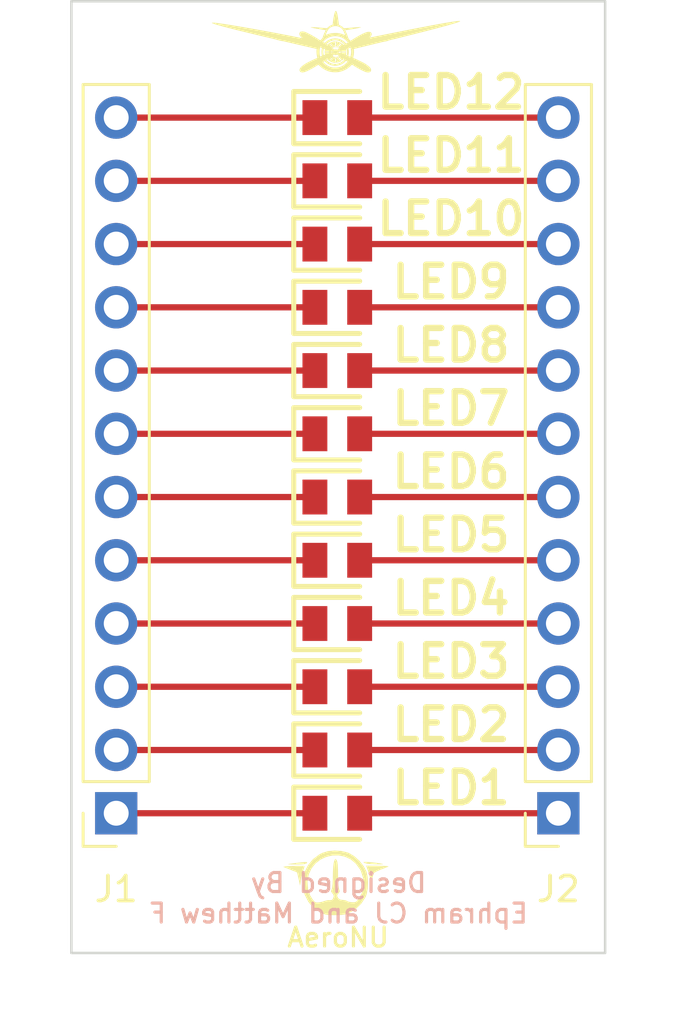
<source format=kicad_pcb>
(kicad_pcb (version 20221018) (generator pcbnew)
  (layers (0 "F.Cu" signal) (31 "B.Cu" signal) (34 "B.Paste" user) (35 "F.Paste" user) (36 "B.SilkS" user "B.Silkscreen") (37 "F.SilkS" user "F.Silkscreen") (38 "B.Mask" user) (39 "F.Mask" user) (44 "Edge.Cuts" user))
  (net 0 "")
  (net 1 "Net-(J1-Pin_1)")
  (net 2 "Net-(J1-Pin_2)")
  (net 3 "Net-(J1-Pin_3)")
  (net 4 "Net-(J1-Pin_4)")
  (net 5 "Net-(J1-Pin_5)")
  (net 6 "Net-(J1-Pin_6)")
  (net 7 "Net-(J1-Pin_7)")
  (net 8 "Net-(J1-Pin_8)")
  (net 9 "Net-(J1-Pin_9)")
  (net 10 "Net-(J1-Pin_10)")
  (net 11 "Net-(J1-Pin_11)")
  (net 12 "Net-(J1-Pin_12)")
  (net 13 "Net-(J2-Pin_1)")
  (net 14 "Net-(J2-Pin_2)")
  (net 15 "Net-(J2-Pin_3)")
  (net 16 "Net-(J2-Pin_4)")
  (net 17 "Net-(J2-Pin_5)")
  (net 18 "Net-(J2-Pin_6)")
  (net 19 "Net-(J2-Pin_7)")
  (net 20 "Net-(J2-Pin_8)")
  (net 21 "Net-(J2-Pin_9)")
  (net 22 "Net-(J2-Pin_10)")
  (net 23 "Net-(J2-Pin_11)")
  (net 24 "Net-(J2-Pin_12)")
  (footprint "Connector_PinSocket_2.54mm:PinSocket_1x12_P2.54mm_Vertical" (layer "F.Cu") (at 152.4 104.14 180)
    (fp_text reference "J1" (at 0 -3.048) (layer "F.SilkS"))
    (fp_text value "Conn_01x12")
    (pad "1" thru_hole rect (at 0 0 180) (size 1.7 1.7) (drill 1) (layers "*.Cu" "*.Mask") (net 1 "Net-(J1-Pin_1)"))
    (pad "2" thru_hole oval (at 0 2.54 180) (size 1.7 1.7) (drill 1) (layers "*.Cu" "*.Mask") (net 2 "Net-(J1-Pin_2)"))
    (pad "3" thru_hole oval (at 0 5.08 180) (size 1.7 1.7) (drill 1) (layers "*.Cu" "*.Mask") (net 3 "Net-(J1-Pin_3)"))
    (pad "4" thru_hole oval (at 0 7.62 180) (size 1.7 1.7) (drill 1) (layers "*.Cu" "*.Mask") (net 4 "Net-(J1-Pin_4)"))
    (pad "5" thru_hole oval (at 0 10.16 180) (size 1.7 1.7) (drill 1) (layers "*.Cu" "*.Mask") (net 5 "Net-(J1-Pin_5)"))
    (pad "6" thru_hole oval (at 0 12.7 180) (size 1.7 1.7) (drill 1) (layers "*.Cu" "*.Mask") (net 6 "Net-(J1-Pin_6)"))
    (pad "7" thru_hole oval (at 0 15.24 180) (size 1.7 1.7) (drill 1) (layers "*.Cu" "*.Mask") (net 7 "Net-(J1-Pin_7)"))
    (pad "8" thru_hole oval (at 0 17.78 180) (size 1.7 1.7) (drill 1) (layers "*.Cu" "*.Mask") (net 8 "Net-(J1-Pin_8)"))
    (pad "9" thru_hole oval (at 0 20.32 180) (size 1.7 1.7) (drill 1) (layers "*.Cu" "*.Mask") (net 9 "Net-(J1-Pin_9)"))
    (pad "10" thru_hole oval (at 0 22.86 180) (size 1.7 1.7) (drill 1) (layers "*.Cu" "*.Mask") (net 10 "Net-(J1-Pin_10)"))
    (pad "11" thru_hole oval (at 0 25.4 180) (size 1.7 1.7) (drill 1) (layers "*.Cu" "*.Mask") (net 11 "Net-(J1-Pin_11)"))
    (pad "12" thru_hole oval (at 0 27.94 180) (size 1.7 1.7) (drill 1) (layers "*.Cu" "*.Mask") (net 12 "Net-(J1-Pin_12)"))
  )
  (footprint "FixedWing:LEDC2012X120N" (layer "F.Cu") (at 161.29 93.98)
    (fp_text reference "LED5" (at 4.572 -1.016) (layer "F.SilkS") (effects (font (size 1.27 1.27) (thickness 0.254))))
    (fp_text value "LTST-C170KRKT" hide)
    (pad "1" smd rect (at -0.9 0) (size 1 1.4) (layers "F.Cu" "F.Paste" "F.Mask") (net 5 "Net-(J1-Pin_5)"))
    (pad "2" smd rect (at 0.9 0) (size 1 1.4) (layers "F.Cu" "F.Paste" "F.Mask") (net 17 "Net-(J2-Pin_5)"))
  )
  (footprint "FixedWing:LEDC2012X120N" (layer "F.Cu") (at 161.29 101.6)
    (fp_text reference "LED2" (at 4.572 -1.016) (layer "F.SilkS") (effects (font (size 1.27 1.27) (thickness 0.254))))
    (fp_text value "LTST-C170KRKT" hide)
    (pad "1" smd rect (at -0.9 0) (size 1 1.4) (layers "F.Cu" "F.Paste" "F.Mask") (net 2 "Net-(J1-Pin_2)"))
    (pad "2" smd rect (at 0.9 0) (size 1 1.4) (layers "F.Cu" "F.Paste" "F.Mask") (net 14 "Net-(J2-Pin_2)"))
  )
  (footprint "FixedWing:LEDC2012X120N" (layer "F.Cu") (at 161.29 81.28)
    (fp_text reference "LED10" (at 4.572 -1.016) (layer "F.SilkS") (effects (font (size 1.27 1.27) (thickness 0.254))))
    (fp_text value "LTST-C170KRKT" hide)
    (pad "1" smd rect (at -0.9 0) (size 1 1.4) (layers "F.Cu" "F.Paste" "F.Mask") (net 10 "Net-(J1-Pin_10)"))
    (pad "2" smd rect (at 0.9 0) (size 1 1.4) (layers "F.Cu" "F.Paste" "F.Mask") (net 22 "Net-(J2-Pin_10)"))
  )
  (footprint "FixedWing:AeroNU - Logo (Smol)" (layer "F.Cu") (at 161.355749 109.707588)
    (fp_text reference "AeroNU" hide)
    (fp_text value "LOGO" hide)
  )
  (footprint "FixedWing:LEDC2012X120N" (layer "F.Cu") (at 161.29 104.14)
    (fp_text reference "LED1" (at 4.572 -1.016) (layer "F.SilkS") (effects (font (size 1.27 1.27) (thickness 0.254))))
    (fp_text value "LTST-C170KRKT" hide)
    (pad "1" smd rect (at -0.9 0) (size 1 1.4) (layers "F.Cu" "F.Paste" "F.Mask") (net 1 "Net-(J1-Pin_1)"))
    (pad "2" smd rect (at 0.9 0) (size 1 1.4) (layers "F.Cu" "F.Paste" "F.Mask") (net 13 "Net-(J2-Pin_1)"))
  )
  (footprint "FixedWing:LEDC2012X120N" (layer "F.Cu") (at 161.29 83.82)
    (fp_text reference "LED9" (at 4.572 -1.016) (layer "F.SilkS") (effects (font (size 1.27 1.27) (thickness 0.254))))
    (fp_text value "LTST-C170KRKT" hide)
    (pad "1" smd rect (at -0.9 0) (size 1 1.4) (layers "F.Cu" "F.Paste" "F.Mask") (net 9 "Net-(J1-Pin_9)"))
    (pad "2" smd rect (at 0.9 0) (size 1 1.4) (layers "F.Cu" "F.Paste" "F.Mask") (net 21 "Net-(J2-Pin_9)"))
  )
  (footprint "FixedWing:LEDC2012X120N" (layer "F.Cu") (at 161.29 88.9)
    (fp_text reference "LED7" (at 4.572 -1.016) (layer "F.SilkS") (effects (font (size 1.27 1.27) (thickness 0.254))))
    (fp_text value "LTST-C170KRKT" hide)
    (pad "1" smd rect (at -0.9 0) (size 1 1.4) (layers "F.Cu" "F.Paste" "F.Mask") (net 7 "Net-(J1-Pin_7)"))
    (pad "2" smd rect (at 0.9 0) (size 1 1.4) (layers "F.Cu" "F.Paste" "F.Mask") (net 19 "Net-(J2-Pin_7)"))
  )
  (footprint "FixedWing:LEDC2012X120N" (layer "F.Cu") (at 161.29 78.74)
    (fp_text reference "LED11" (at 4.572 -1.016) (layer "F.SilkS") (effects (font (size 1.27 1.27) (thickness 0.254))))
    (fp_text value "LTST-C170KRKT" hide)
    (pad "1" smd rect (at -0.9 0) (size 1 1.4) (layers "F.Cu" "F.Paste" "F.Mask") (net 11 "Net-(J1-Pin_11)"))
    (pad "2" smd rect (at 0.9 0) (size 1 1.4) (layers "F.Cu" "F.Paste" "F.Mask") (net 23 "Net-(J2-Pin_11)"))
  )
  (footprint "FixedWing:LEDC2012X120N" (layer "F.Cu") (at 161.29 91.44)
    (fp_text reference "LED6" (at 4.572 -1.016) (layer "F.SilkS") (effects (font (size 1.27 1.27) (thickness 0.254))))
    (fp_text value "LTST-C170KRKT" hide)
    (pad "1" smd rect (at -0.9 0) (size 1 1.4) (layers "F.Cu" "F.Paste" "F.Mask") (net 6 "Net-(J1-Pin_6)"))
    (pad "2" smd rect (at 0.9 0) (size 1 1.4) (layers "F.Cu" "F.Paste" "F.Mask") (net 18 "Net-(J2-Pin_6)"))
  )
  (footprint "FixedWing:LEDC2012X120N" (layer "F.Cu") (at 161.29 76.2)
    (fp_text reference "LED12" (at 4.572 -1.016) (layer "F.SilkS") (effects (font (size 1.27 1.27) (thickness 0.254))))
    (fp_text value "LTST-C170KRKT" hide)
    (pad "1" smd rect (at -0.9 0) (size 1 1.4) (layers "F.Cu" "F.Paste" "F.Mask") (net 12 "Net-(J1-Pin_12)"))
    (pad "2" smd rect (at 0.9 0) (size 1 1.4) (layers "F.Cu" "F.Paste" "F.Mask") (net 24 "Net-(J2-Pin_12)"))
  )
  (footprint "FixedWing:LEDC2012X120N" (layer "F.Cu") (at 161.29 96.52)
    (fp_text reference "LED4" (at 4.572 -1.016) (layer "F.SilkS") (effects (font (size 1.27 1.27) (thickness 0.254))))
    (fp_text value "LTST-C170KRKT" hide)
    (pad "1" smd rect (at -0.9 0) (size 1 1.4) (layers "F.Cu" "F.Paste" "F.Mask") (net 4 "Net-(J1-Pin_4)"))
    (pad "2" smd rect (at 0.9 0) (size 1 1.4) (layers "F.Cu" "F.Paste" "F.Mask") (net 16 "Net-(J2-Pin_4)"))
  )
  (footprint "FixedWing:LEDC2012X120N" (layer "F.Cu") (at 161.29 86.36)
    (fp_text reference "LED8" (at 4.572 -1.016) (layer "F.SilkS") (effects (font (size 1.27 1.27) (thickness 0.254))))
    (fp_text value "LTST-C170KRKT" hide)
    (pad "1" smd rect (at -0.9 0) (size 1 1.4) (layers "F.Cu" "F.Paste" "F.Mask") (net 8 "Net-(J1-Pin_8)"))
    (pad "2" smd rect (at 0.9 0) (size 1 1.4) (layers "F.Cu" "F.Paste" "F.Mask") (net 20 "Net-(J2-Pin_8)"))
  )
  (footprint "FixedWing:LEDC2012X120N" (layer "F.Cu") (at 161.29 99.06)
    (fp_text reference "LED3" (at 4.572 -1.016) (layer "F.SilkS") (effects (font (size 1.27 1.27) (thickness 0.254))))
    (fp_text value "LTST-C170KRKT" hide)
    (pad "1" smd rect (at -0.9 0) (size 1 1.4) (layers "F.Cu" "F.Paste" "F.Mask") (net 3 "Net-(J1-Pin_3)"))
    (pad "2" smd rect (at 0.9 0) (size 1 1.4) (layers "F.Cu" "F.Paste" "F.Mask") (net 15 "Net-(J2-Pin_3)"))
  )
  (footprint "FixedWing:FixedWing - Logo (Smol)" (layer "F.Cu") (at 161.250214 73.818019)
    (fp_text reference "FixedWing" hide)
    (fp_text value "LOGO" hide)
  )
  (footprint "Connector_PinSocket_2.54mm:PinSocket_1x12_P2.54mm_Vertical" (layer "F.Cu") (at 170.18 104.14 180)
    (fp_text reference "J2" (at 0 -3.048) (layer "F.SilkS"))
    (fp_text value "Conn_01x12")
    (pad "1" thru_hole rect (at 0 0 180) (size 1.7 1.7) (drill 1) (layers "*.Cu" "*.Mask") (net 13 "Net-(J2-Pin_1)"))
    (pad "2" thru_hole oval (at 0 2.54 180) (size 1.7 1.7) (drill 1) (layers "*.Cu" "*.Mask") (net 14 "Net-(J2-Pin_2)"))
    (pad "3" thru_hole oval (at 0 5.08 180) (size 1.7 1.7) (drill 1) (layers "*.Cu" "*.Mask") (net 15 "Net-(J2-Pin_3)"))
    (pad "4" thru_hole oval (at 0 7.62 180) (size 1.7 1.7) (drill 1) (layers "*.Cu" "*.Mask") (net 16 "Net-(J2-Pin_4)"))
    (pad "5" thru_hole oval (at 0 10.16 180) (size 1.7 1.7) (drill 1) (layers "*.Cu" "*.Mask") (net 17 "Net-(J2-Pin_5)"))
    (pad "6" thru_hole oval (at 0 12.7 180) (size 1.7 1.7) (drill 1) (layers "*.Cu" "*.Mask") (net 18 "Net-(J2-Pin_6)"))
    (pad "7" thru_hole oval (at 0 15.24 180) (size 1.7 1.7) (drill 1) (layers "*.Cu" "*.Mask") (net 19 "Net-(J2-Pin_7)"))
    (pad "8" thru_hole oval (at 0 17.78 180) (size 1.7 1.7) (drill 1) (layers "*.Cu" "*.Mask") (net 20 "Net-(J2-Pin_8)"))
    (pad "9" thru_hole oval (at 0 20.32 180) (size 1.7 1.7) (drill 1) (layers "*.Cu" "*.Mask") (net 21 "Net-(J2-Pin_9)"))
    (pad "10" thru_hole oval (at 0 22.86 180) (size 1.7 1.7) (drill 1) (layers "*.Cu" "*.Mask") (net 22 "Net-(J2-Pin_10)"))
    (pad "11" thru_hole oval (at 0 25.4 180) (size 1.7 1.7) (drill 1) (layers "*.Cu" "*.Mask") (net 23 "Net-(J2-Pin_11)"))
    (pad "12" thru_hole oval (at 0 27.94 180) (size 1.7 1.7) (drill 1) (layers "*.Cu" "*.Mask") (net 24 "Net-(J2-Pin_12)"))
  )
  (gr_rect (start 150.5966 71.5264) (end 172.0596 109.7534) (stroke (width 0.1)) (fill none) (layer "Edge.Cuts"))
  (gr_text "Designed By\nEphram CJ and Matthew F" (at 161.3408 108.6104) (layer "B.SilkS") (effects (font (size 0.762 0.762) (thickness 0.127) bold) (justify bottom mirror)))
  (gr_text "AeroNU" (at 159.2072 109.5756) (layer "F.SilkS") (effects (font (size 0.762 0.762) (thickness 0.127) bold) (justify left bottom)))
  (segment (start 152.4 104.14) (end 160.39 104.14) (width 0.25) (layer "F.Cu") (net 1))
  (segment (start 160.39 101.6) (end 152.4 101.6) (width 0.25) (layer "F.Cu") (net 2))
  (segment (start 152.4 99.06) (end 160.39 99.06) (width 0.25) (layer "F.Cu") (net 3))
  (segment (start 152.4 96.52) (end 160.39 96.52) (width 0.25) (layer "F.Cu") (net 4))
  (segment (start 160.39 93.98) (end 152.4 93.98) (width 0.25) (layer "F.Cu") (net 5))
  (segment (start 152.4 91.44) (end 160.39 91.44) (width 0.25) (layer "F.Cu") (net 6))
  (segment (start 160.39 88.9) (end 152.4 88.9) (width 0.25) (layer "F.Cu") (net 7))
  (segment (start 152.4 86.36) (end 160.39 86.36) (width 0.25) (layer "F.Cu") (net 8))
  (segment (start 160.39 83.82) (end 152.4 83.82) (width 0.25) (layer "F.Cu") (net 9))
  (segment (start 152.4 81.28) (end 160.39 81.28) (width 0.25) (layer "F.Cu") (net 10))
  (segment (start 160.39 78.74) (end 152.4 78.74) (width 0.25) (layer "F.Cu") (net 11))
  (segment (start 152.4 76.2) (end 160.39 76.2) (width 0.25) (layer "F.Cu") (net 12))
  (segment (start 170.18 104.14) (end 162.19 104.14) (width 0.25) (layer "F.Cu") (net 13))
  (segment (start 162.19 101.6) (end 170.18 101.6) (width 0.25) (layer "F.Cu") (net 14))
  (segment (start 170.18 99.06) (end 162.19 99.06) (width 0.25) (layer "F.Cu") (net 15))
  (segment (start 162.19 96.52) (end 170.18 96.52) (width 0.25) (layer "F.Cu") (net 16))
  (segment (start 170.18 93.98) (end 162.19 93.98) (width 0.25) (layer "F.Cu") (net 17))
  (segment (start 170.18 91.44) (end 162.19 91.44) (width 0.25) (layer "F.Cu") (net 18))
  (segment (start 162.19 88.9) (end 170.18 88.9) (width 0.25) (layer "F.Cu") (net 19))
  (segment (start 170.18 86.36) (end 162.19 86.36) (width 0.25) (layer "F.Cu") (net 20))
  (segment (start 170.18 83.82) (end 162.19 83.82) (width 0.25) (layer "F.Cu") (net 21))
  (segment (start 162.19 81.28) (end 170.18 81.28) (width 0.25) (layer "F.Cu") (net 22))
  (segment (start 170.18 78.74) (end 162.19 78.74) (width 0.25) (layer "F.Cu") (net 23))
  (segment (start 162.19 76.2) (end 170.18 76.2) (width 0.25) (layer "F.Cu") (net 24))
)
</source>
